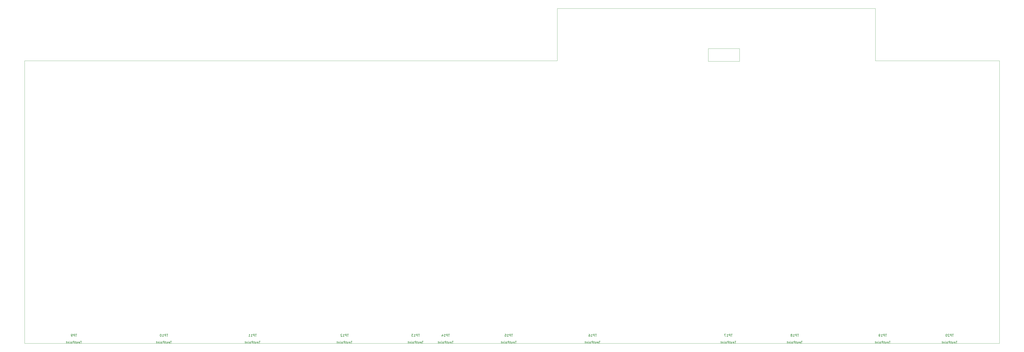
<source format=gbr>
%TF.GenerationSoftware,KiCad,Pcbnew,7.0.7*%
%TF.CreationDate,2023-10-06T16:16:01-07:00*%
%TF.ProjectId,XTay,58546179-2e6b-4696-9361-645f70636258,rev?*%
%TF.SameCoordinates,Original*%
%TF.FileFunction,AssemblyDrawing,Bot*%
%FSLAX46Y46*%
G04 Gerber Fmt 4.6, Leading zero omitted, Abs format (unit mm)*
G04 Created by KiCad (PCBNEW 7.0.7) date 2023-10-06 16:16:01*
%MOMM*%
%LPD*%
G01*
G04 APERTURE LIST*
%ADD10C,0.150000*%
%TA.AperFunction,Profile*%
%ADD11C,0.100000*%
%TD*%
G04 APERTURE END LIST*
D10*
X40237333Y-223504819D02*
X39665905Y-223504819D01*
X39951619Y-224504819D02*
X39951619Y-223504819D01*
X38951619Y-224457200D02*
X39046857Y-224504819D01*
X39046857Y-224504819D02*
X39237333Y-224504819D01*
X39237333Y-224504819D02*
X39332571Y-224457200D01*
X39332571Y-224457200D02*
X39380190Y-224361961D01*
X39380190Y-224361961D02*
X39380190Y-223981009D01*
X39380190Y-223981009D02*
X39332571Y-223885771D01*
X39332571Y-223885771D02*
X39237333Y-223838152D01*
X39237333Y-223838152D02*
X39046857Y-223838152D01*
X39046857Y-223838152D02*
X38951619Y-223885771D01*
X38951619Y-223885771D02*
X38904000Y-223981009D01*
X38904000Y-223981009D02*
X38904000Y-224076247D01*
X38904000Y-224076247D02*
X39380190Y-224171485D01*
X38523047Y-224457200D02*
X38427809Y-224504819D01*
X38427809Y-224504819D02*
X38237333Y-224504819D01*
X38237333Y-224504819D02*
X38142095Y-224457200D01*
X38142095Y-224457200D02*
X38094476Y-224361961D01*
X38094476Y-224361961D02*
X38094476Y-224314342D01*
X38094476Y-224314342D02*
X38142095Y-224219104D01*
X38142095Y-224219104D02*
X38237333Y-224171485D01*
X38237333Y-224171485D02*
X38380190Y-224171485D01*
X38380190Y-224171485D02*
X38475428Y-224123866D01*
X38475428Y-224123866D02*
X38523047Y-224028628D01*
X38523047Y-224028628D02*
X38523047Y-223981009D01*
X38523047Y-223981009D02*
X38475428Y-223885771D01*
X38475428Y-223885771D02*
X38380190Y-223838152D01*
X38380190Y-223838152D02*
X38237333Y-223838152D01*
X38237333Y-223838152D02*
X38142095Y-223885771D01*
X37808761Y-223838152D02*
X37427809Y-223838152D01*
X37665904Y-223504819D02*
X37665904Y-224361961D01*
X37665904Y-224361961D02*
X37618285Y-224457200D01*
X37618285Y-224457200D02*
X37523047Y-224504819D01*
X37523047Y-224504819D02*
X37427809Y-224504819D01*
X37094475Y-224504819D02*
X37094475Y-223504819D01*
X37094475Y-223504819D02*
X36713523Y-223504819D01*
X36713523Y-223504819D02*
X36618285Y-223552438D01*
X36618285Y-223552438D02*
X36570666Y-223600057D01*
X36570666Y-223600057D02*
X36523047Y-223695295D01*
X36523047Y-223695295D02*
X36523047Y-223838152D01*
X36523047Y-223838152D02*
X36570666Y-223933390D01*
X36570666Y-223933390D02*
X36618285Y-223981009D01*
X36618285Y-223981009D02*
X36713523Y-224028628D01*
X36713523Y-224028628D02*
X37094475Y-224028628D01*
X35951618Y-224504819D02*
X36046856Y-224457200D01*
X36046856Y-224457200D02*
X36094475Y-224409580D01*
X36094475Y-224409580D02*
X36142094Y-224314342D01*
X36142094Y-224314342D02*
X36142094Y-224028628D01*
X36142094Y-224028628D02*
X36094475Y-223933390D01*
X36094475Y-223933390D02*
X36046856Y-223885771D01*
X36046856Y-223885771D02*
X35951618Y-223838152D01*
X35951618Y-223838152D02*
X35808761Y-223838152D01*
X35808761Y-223838152D02*
X35713523Y-223885771D01*
X35713523Y-223885771D02*
X35665904Y-223933390D01*
X35665904Y-223933390D02*
X35618285Y-224028628D01*
X35618285Y-224028628D02*
X35618285Y-224314342D01*
X35618285Y-224314342D02*
X35665904Y-224409580D01*
X35665904Y-224409580D02*
X35713523Y-224457200D01*
X35713523Y-224457200D02*
X35808761Y-224504819D01*
X35808761Y-224504819D02*
X35951618Y-224504819D01*
X35189713Y-224504819D02*
X35189713Y-223838152D01*
X35189713Y-223504819D02*
X35237332Y-223552438D01*
X35237332Y-223552438D02*
X35189713Y-223600057D01*
X35189713Y-223600057D02*
X35142094Y-223552438D01*
X35142094Y-223552438D02*
X35189713Y-223504819D01*
X35189713Y-223504819D02*
X35189713Y-223600057D01*
X34713523Y-223838152D02*
X34713523Y-224504819D01*
X34713523Y-223933390D02*
X34665904Y-223885771D01*
X34665904Y-223885771D02*
X34570666Y-223838152D01*
X34570666Y-223838152D02*
X34427809Y-223838152D01*
X34427809Y-223838152D02*
X34332571Y-223885771D01*
X34332571Y-223885771D02*
X34284952Y-223981009D01*
X34284952Y-223981009D02*
X34284952Y-224504819D01*
X33951618Y-223838152D02*
X33570666Y-223838152D01*
X33808761Y-223504819D02*
X33808761Y-224361961D01*
X33808761Y-224361961D02*
X33761142Y-224457200D01*
X33761142Y-224457200D02*
X33665904Y-224504819D01*
X33665904Y-224504819D02*
X33570666Y-224504819D01*
X38165904Y-220504819D02*
X37594476Y-220504819D01*
X37880190Y-221504819D02*
X37880190Y-220504819D01*
X37261142Y-221504819D02*
X37261142Y-220504819D01*
X37261142Y-220504819D02*
X36880190Y-220504819D01*
X36880190Y-220504819D02*
X36784952Y-220552438D01*
X36784952Y-220552438D02*
X36737333Y-220600057D01*
X36737333Y-220600057D02*
X36689714Y-220695295D01*
X36689714Y-220695295D02*
X36689714Y-220838152D01*
X36689714Y-220838152D02*
X36737333Y-220933390D01*
X36737333Y-220933390D02*
X36784952Y-220981009D01*
X36784952Y-220981009D02*
X36880190Y-221028628D01*
X36880190Y-221028628D02*
X37261142Y-221028628D01*
X36213523Y-221504819D02*
X36023047Y-221504819D01*
X36023047Y-221504819D02*
X35927809Y-221457200D01*
X35927809Y-221457200D02*
X35880190Y-221409580D01*
X35880190Y-221409580D02*
X35784952Y-221266723D01*
X35784952Y-221266723D02*
X35737333Y-221076247D01*
X35737333Y-221076247D02*
X35737333Y-220695295D01*
X35737333Y-220695295D02*
X35784952Y-220600057D01*
X35784952Y-220600057D02*
X35832571Y-220552438D01*
X35832571Y-220552438D02*
X35927809Y-220504819D01*
X35927809Y-220504819D02*
X36118285Y-220504819D01*
X36118285Y-220504819D02*
X36213523Y-220552438D01*
X36213523Y-220552438D02*
X36261142Y-220600057D01*
X36261142Y-220600057D02*
X36308761Y-220695295D01*
X36308761Y-220695295D02*
X36308761Y-220933390D01*
X36308761Y-220933390D02*
X36261142Y-221028628D01*
X36261142Y-221028628D02*
X36213523Y-221076247D01*
X36213523Y-221076247D02*
X36118285Y-221123866D01*
X36118285Y-221123866D02*
X35927809Y-221123866D01*
X35927809Y-221123866D02*
X35832571Y-221076247D01*
X35832571Y-221076247D02*
X35784952Y-221028628D01*
X35784952Y-221028628D02*
X35737333Y-220933390D01*
X350589333Y-223504819D02*
X350017905Y-223504819D01*
X350303619Y-224504819D02*
X350303619Y-223504819D01*
X349303619Y-224457200D02*
X349398857Y-224504819D01*
X349398857Y-224504819D02*
X349589333Y-224504819D01*
X349589333Y-224504819D02*
X349684571Y-224457200D01*
X349684571Y-224457200D02*
X349732190Y-224361961D01*
X349732190Y-224361961D02*
X349732190Y-223981009D01*
X349732190Y-223981009D02*
X349684571Y-223885771D01*
X349684571Y-223885771D02*
X349589333Y-223838152D01*
X349589333Y-223838152D02*
X349398857Y-223838152D01*
X349398857Y-223838152D02*
X349303619Y-223885771D01*
X349303619Y-223885771D02*
X349256000Y-223981009D01*
X349256000Y-223981009D02*
X349256000Y-224076247D01*
X349256000Y-224076247D02*
X349732190Y-224171485D01*
X348875047Y-224457200D02*
X348779809Y-224504819D01*
X348779809Y-224504819D02*
X348589333Y-224504819D01*
X348589333Y-224504819D02*
X348494095Y-224457200D01*
X348494095Y-224457200D02*
X348446476Y-224361961D01*
X348446476Y-224361961D02*
X348446476Y-224314342D01*
X348446476Y-224314342D02*
X348494095Y-224219104D01*
X348494095Y-224219104D02*
X348589333Y-224171485D01*
X348589333Y-224171485D02*
X348732190Y-224171485D01*
X348732190Y-224171485D02*
X348827428Y-224123866D01*
X348827428Y-224123866D02*
X348875047Y-224028628D01*
X348875047Y-224028628D02*
X348875047Y-223981009D01*
X348875047Y-223981009D02*
X348827428Y-223885771D01*
X348827428Y-223885771D02*
X348732190Y-223838152D01*
X348732190Y-223838152D02*
X348589333Y-223838152D01*
X348589333Y-223838152D02*
X348494095Y-223885771D01*
X348160761Y-223838152D02*
X347779809Y-223838152D01*
X348017904Y-223504819D02*
X348017904Y-224361961D01*
X348017904Y-224361961D02*
X347970285Y-224457200D01*
X347970285Y-224457200D02*
X347875047Y-224504819D01*
X347875047Y-224504819D02*
X347779809Y-224504819D01*
X347446475Y-224504819D02*
X347446475Y-223504819D01*
X347446475Y-223504819D02*
X347065523Y-223504819D01*
X347065523Y-223504819D02*
X346970285Y-223552438D01*
X346970285Y-223552438D02*
X346922666Y-223600057D01*
X346922666Y-223600057D02*
X346875047Y-223695295D01*
X346875047Y-223695295D02*
X346875047Y-223838152D01*
X346875047Y-223838152D02*
X346922666Y-223933390D01*
X346922666Y-223933390D02*
X346970285Y-223981009D01*
X346970285Y-223981009D02*
X347065523Y-224028628D01*
X347065523Y-224028628D02*
X347446475Y-224028628D01*
X346303618Y-224504819D02*
X346398856Y-224457200D01*
X346398856Y-224457200D02*
X346446475Y-224409580D01*
X346446475Y-224409580D02*
X346494094Y-224314342D01*
X346494094Y-224314342D02*
X346494094Y-224028628D01*
X346494094Y-224028628D02*
X346446475Y-223933390D01*
X346446475Y-223933390D02*
X346398856Y-223885771D01*
X346398856Y-223885771D02*
X346303618Y-223838152D01*
X346303618Y-223838152D02*
X346160761Y-223838152D01*
X346160761Y-223838152D02*
X346065523Y-223885771D01*
X346065523Y-223885771D02*
X346017904Y-223933390D01*
X346017904Y-223933390D02*
X345970285Y-224028628D01*
X345970285Y-224028628D02*
X345970285Y-224314342D01*
X345970285Y-224314342D02*
X346017904Y-224409580D01*
X346017904Y-224409580D02*
X346065523Y-224457200D01*
X346065523Y-224457200D02*
X346160761Y-224504819D01*
X346160761Y-224504819D02*
X346303618Y-224504819D01*
X345541713Y-224504819D02*
X345541713Y-223838152D01*
X345541713Y-223504819D02*
X345589332Y-223552438D01*
X345589332Y-223552438D02*
X345541713Y-223600057D01*
X345541713Y-223600057D02*
X345494094Y-223552438D01*
X345494094Y-223552438D02*
X345541713Y-223504819D01*
X345541713Y-223504819D02*
X345541713Y-223600057D01*
X345065523Y-223838152D02*
X345065523Y-224504819D01*
X345065523Y-223933390D02*
X345017904Y-223885771D01*
X345017904Y-223885771D02*
X344922666Y-223838152D01*
X344922666Y-223838152D02*
X344779809Y-223838152D01*
X344779809Y-223838152D02*
X344684571Y-223885771D01*
X344684571Y-223885771D02*
X344636952Y-223981009D01*
X344636952Y-223981009D02*
X344636952Y-224504819D01*
X344303618Y-223838152D02*
X343922666Y-223838152D01*
X344160761Y-223504819D02*
X344160761Y-224361961D01*
X344160761Y-224361961D02*
X344113142Y-224457200D01*
X344113142Y-224457200D02*
X344017904Y-224504819D01*
X344017904Y-224504819D02*
X343922666Y-224504819D01*
X348994094Y-220504819D02*
X348422666Y-220504819D01*
X348708380Y-221504819D02*
X348708380Y-220504819D01*
X348089332Y-221504819D02*
X348089332Y-220504819D01*
X348089332Y-220504819D02*
X347708380Y-220504819D01*
X347708380Y-220504819D02*
X347613142Y-220552438D01*
X347613142Y-220552438D02*
X347565523Y-220600057D01*
X347565523Y-220600057D02*
X347517904Y-220695295D01*
X347517904Y-220695295D02*
X347517904Y-220838152D01*
X347517904Y-220838152D02*
X347565523Y-220933390D01*
X347565523Y-220933390D02*
X347613142Y-220981009D01*
X347613142Y-220981009D02*
X347708380Y-221028628D01*
X347708380Y-221028628D02*
X348089332Y-221028628D01*
X346565523Y-221504819D02*
X347136951Y-221504819D01*
X346851237Y-221504819D02*
X346851237Y-220504819D01*
X346851237Y-220504819D02*
X346946475Y-220647676D01*
X346946475Y-220647676D02*
X347041713Y-220742914D01*
X347041713Y-220742914D02*
X347136951Y-220790533D01*
X345994094Y-220933390D02*
X346089332Y-220885771D01*
X346089332Y-220885771D02*
X346136951Y-220838152D01*
X346136951Y-220838152D02*
X346184570Y-220742914D01*
X346184570Y-220742914D02*
X346184570Y-220695295D01*
X346184570Y-220695295D02*
X346136951Y-220600057D01*
X346136951Y-220600057D02*
X346089332Y-220552438D01*
X346089332Y-220552438D02*
X345994094Y-220504819D01*
X345994094Y-220504819D02*
X345803618Y-220504819D01*
X345803618Y-220504819D02*
X345708380Y-220552438D01*
X345708380Y-220552438D02*
X345660761Y-220600057D01*
X345660761Y-220600057D02*
X345613142Y-220695295D01*
X345613142Y-220695295D02*
X345613142Y-220742914D01*
X345613142Y-220742914D02*
X345660761Y-220838152D01*
X345660761Y-220838152D02*
X345708380Y-220885771D01*
X345708380Y-220885771D02*
X345803618Y-220933390D01*
X345803618Y-220933390D02*
X345994094Y-220933390D01*
X345994094Y-220933390D02*
X346089332Y-220981009D01*
X346089332Y-220981009D02*
X346136951Y-221028628D01*
X346136951Y-221028628D02*
X346184570Y-221123866D01*
X346184570Y-221123866D02*
X346184570Y-221314342D01*
X346184570Y-221314342D02*
X346136951Y-221409580D01*
X346136951Y-221409580D02*
X346089332Y-221457200D01*
X346089332Y-221457200D02*
X345994094Y-221504819D01*
X345994094Y-221504819D02*
X345803618Y-221504819D01*
X345803618Y-221504819D02*
X345708380Y-221457200D01*
X345708380Y-221457200D02*
X345660761Y-221409580D01*
X345660761Y-221409580D02*
X345613142Y-221314342D01*
X345613142Y-221314342D02*
X345613142Y-221123866D01*
X345613142Y-221123866D02*
X345660761Y-221028628D01*
X345660761Y-221028628D02*
X345708380Y-220981009D01*
X345708380Y-220981009D02*
X345803618Y-220933390D01*
X117139333Y-223504819D02*
X116567905Y-223504819D01*
X116853619Y-224504819D02*
X116853619Y-223504819D01*
X115853619Y-224457200D02*
X115948857Y-224504819D01*
X115948857Y-224504819D02*
X116139333Y-224504819D01*
X116139333Y-224504819D02*
X116234571Y-224457200D01*
X116234571Y-224457200D02*
X116282190Y-224361961D01*
X116282190Y-224361961D02*
X116282190Y-223981009D01*
X116282190Y-223981009D02*
X116234571Y-223885771D01*
X116234571Y-223885771D02*
X116139333Y-223838152D01*
X116139333Y-223838152D02*
X115948857Y-223838152D01*
X115948857Y-223838152D02*
X115853619Y-223885771D01*
X115853619Y-223885771D02*
X115806000Y-223981009D01*
X115806000Y-223981009D02*
X115806000Y-224076247D01*
X115806000Y-224076247D02*
X116282190Y-224171485D01*
X115425047Y-224457200D02*
X115329809Y-224504819D01*
X115329809Y-224504819D02*
X115139333Y-224504819D01*
X115139333Y-224504819D02*
X115044095Y-224457200D01*
X115044095Y-224457200D02*
X114996476Y-224361961D01*
X114996476Y-224361961D02*
X114996476Y-224314342D01*
X114996476Y-224314342D02*
X115044095Y-224219104D01*
X115044095Y-224219104D02*
X115139333Y-224171485D01*
X115139333Y-224171485D02*
X115282190Y-224171485D01*
X115282190Y-224171485D02*
X115377428Y-224123866D01*
X115377428Y-224123866D02*
X115425047Y-224028628D01*
X115425047Y-224028628D02*
X115425047Y-223981009D01*
X115425047Y-223981009D02*
X115377428Y-223885771D01*
X115377428Y-223885771D02*
X115282190Y-223838152D01*
X115282190Y-223838152D02*
X115139333Y-223838152D01*
X115139333Y-223838152D02*
X115044095Y-223885771D01*
X114710761Y-223838152D02*
X114329809Y-223838152D01*
X114567904Y-223504819D02*
X114567904Y-224361961D01*
X114567904Y-224361961D02*
X114520285Y-224457200D01*
X114520285Y-224457200D02*
X114425047Y-224504819D01*
X114425047Y-224504819D02*
X114329809Y-224504819D01*
X113996475Y-224504819D02*
X113996475Y-223504819D01*
X113996475Y-223504819D02*
X113615523Y-223504819D01*
X113615523Y-223504819D02*
X113520285Y-223552438D01*
X113520285Y-223552438D02*
X113472666Y-223600057D01*
X113472666Y-223600057D02*
X113425047Y-223695295D01*
X113425047Y-223695295D02*
X113425047Y-223838152D01*
X113425047Y-223838152D02*
X113472666Y-223933390D01*
X113472666Y-223933390D02*
X113520285Y-223981009D01*
X113520285Y-223981009D02*
X113615523Y-224028628D01*
X113615523Y-224028628D02*
X113996475Y-224028628D01*
X112853618Y-224504819D02*
X112948856Y-224457200D01*
X112948856Y-224457200D02*
X112996475Y-224409580D01*
X112996475Y-224409580D02*
X113044094Y-224314342D01*
X113044094Y-224314342D02*
X113044094Y-224028628D01*
X113044094Y-224028628D02*
X112996475Y-223933390D01*
X112996475Y-223933390D02*
X112948856Y-223885771D01*
X112948856Y-223885771D02*
X112853618Y-223838152D01*
X112853618Y-223838152D02*
X112710761Y-223838152D01*
X112710761Y-223838152D02*
X112615523Y-223885771D01*
X112615523Y-223885771D02*
X112567904Y-223933390D01*
X112567904Y-223933390D02*
X112520285Y-224028628D01*
X112520285Y-224028628D02*
X112520285Y-224314342D01*
X112520285Y-224314342D02*
X112567904Y-224409580D01*
X112567904Y-224409580D02*
X112615523Y-224457200D01*
X112615523Y-224457200D02*
X112710761Y-224504819D01*
X112710761Y-224504819D02*
X112853618Y-224504819D01*
X112091713Y-224504819D02*
X112091713Y-223838152D01*
X112091713Y-223504819D02*
X112139332Y-223552438D01*
X112139332Y-223552438D02*
X112091713Y-223600057D01*
X112091713Y-223600057D02*
X112044094Y-223552438D01*
X112044094Y-223552438D02*
X112091713Y-223504819D01*
X112091713Y-223504819D02*
X112091713Y-223600057D01*
X111615523Y-223838152D02*
X111615523Y-224504819D01*
X111615523Y-223933390D02*
X111567904Y-223885771D01*
X111567904Y-223885771D02*
X111472666Y-223838152D01*
X111472666Y-223838152D02*
X111329809Y-223838152D01*
X111329809Y-223838152D02*
X111234571Y-223885771D01*
X111234571Y-223885771D02*
X111186952Y-223981009D01*
X111186952Y-223981009D02*
X111186952Y-224504819D01*
X110853618Y-223838152D02*
X110472666Y-223838152D01*
X110710761Y-223504819D02*
X110710761Y-224361961D01*
X110710761Y-224361961D02*
X110663142Y-224457200D01*
X110663142Y-224457200D02*
X110567904Y-224504819D01*
X110567904Y-224504819D02*
X110472666Y-224504819D01*
X115544094Y-220504819D02*
X114972666Y-220504819D01*
X115258380Y-221504819D02*
X115258380Y-220504819D01*
X114639332Y-221504819D02*
X114639332Y-220504819D01*
X114639332Y-220504819D02*
X114258380Y-220504819D01*
X114258380Y-220504819D02*
X114163142Y-220552438D01*
X114163142Y-220552438D02*
X114115523Y-220600057D01*
X114115523Y-220600057D02*
X114067904Y-220695295D01*
X114067904Y-220695295D02*
X114067904Y-220838152D01*
X114067904Y-220838152D02*
X114115523Y-220933390D01*
X114115523Y-220933390D02*
X114163142Y-220981009D01*
X114163142Y-220981009D02*
X114258380Y-221028628D01*
X114258380Y-221028628D02*
X114639332Y-221028628D01*
X113115523Y-221504819D02*
X113686951Y-221504819D01*
X113401237Y-221504819D02*
X113401237Y-220504819D01*
X113401237Y-220504819D02*
X113496475Y-220647676D01*
X113496475Y-220647676D02*
X113591713Y-220742914D01*
X113591713Y-220742914D02*
X113686951Y-220790533D01*
X112163142Y-221504819D02*
X112734570Y-221504819D01*
X112448856Y-221504819D02*
X112448856Y-220504819D01*
X112448856Y-220504819D02*
X112544094Y-220647676D01*
X112544094Y-220647676D02*
X112639332Y-220742914D01*
X112639332Y-220742914D02*
X112734570Y-220790533D01*
X263557333Y-223504819D02*
X262985905Y-223504819D01*
X263271619Y-224504819D02*
X263271619Y-223504819D01*
X262271619Y-224457200D02*
X262366857Y-224504819D01*
X262366857Y-224504819D02*
X262557333Y-224504819D01*
X262557333Y-224504819D02*
X262652571Y-224457200D01*
X262652571Y-224457200D02*
X262700190Y-224361961D01*
X262700190Y-224361961D02*
X262700190Y-223981009D01*
X262700190Y-223981009D02*
X262652571Y-223885771D01*
X262652571Y-223885771D02*
X262557333Y-223838152D01*
X262557333Y-223838152D02*
X262366857Y-223838152D01*
X262366857Y-223838152D02*
X262271619Y-223885771D01*
X262271619Y-223885771D02*
X262224000Y-223981009D01*
X262224000Y-223981009D02*
X262224000Y-224076247D01*
X262224000Y-224076247D02*
X262700190Y-224171485D01*
X261843047Y-224457200D02*
X261747809Y-224504819D01*
X261747809Y-224504819D02*
X261557333Y-224504819D01*
X261557333Y-224504819D02*
X261462095Y-224457200D01*
X261462095Y-224457200D02*
X261414476Y-224361961D01*
X261414476Y-224361961D02*
X261414476Y-224314342D01*
X261414476Y-224314342D02*
X261462095Y-224219104D01*
X261462095Y-224219104D02*
X261557333Y-224171485D01*
X261557333Y-224171485D02*
X261700190Y-224171485D01*
X261700190Y-224171485D02*
X261795428Y-224123866D01*
X261795428Y-224123866D02*
X261843047Y-224028628D01*
X261843047Y-224028628D02*
X261843047Y-223981009D01*
X261843047Y-223981009D02*
X261795428Y-223885771D01*
X261795428Y-223885771D02*
X261700190Y-223838152D01*
X261700190Y-223838152D02*
X261557333Y-223838152D01*
X261557333Y-223838152D02*
X261462095Y-223885771D01*
X261128761Y-223838152D02*
X260747809Y-223838152D01*
X260985904Y-223504819D02*
X260985904Y-224361961D01*
X260985904Y-224361961D02*
X260938285Y-224457200D01*
X260938285Y-224457200D02*
X260843047Y-224504819D01*
X260843047Y-224504819D02*
X260747809Y-224504819D01*
X260414475Y-224504819D02*
X260414475Y-223504819D01*
X260414475Y-223504819D02*
X260033523Y-223504819D01*
X260033523Y-223504819D02*
X259938285Y-223552438D01*
X259938285Y-223552438D02*
X259890666Y-223600057D01*
X259890666Y-223600057D02*
X259843047Y-223695295D01*
X259843047Y-223695295D02*
X259843047Y-223838152D01*
X259843047Y-223838152D02*
X259890666Y-223933390D01*
X259890666Y-223933390D02*
X259938285Y-223981009D01*
X259938285Y-223981009D02*
X260033523Y-224028628D01*
X260033523Y-224028628D02*
X260414475Y-224028628D01*
X259271618Y-224504819D02*
X259366856Y-224457200D01*
X259366856Y-224457200D02*
X259414475Y-224409580D01*
X259414475Y-224409580D02*
X259462094Y-224314342D01*
X259462094Y-224314342D02*
X259462094Y-224028628D01*
X259462094Y-224028628D02*
X259414475Y-223933390D01*
X259414475Y-223933390D02*
X259366856Y-223885771D01*
X259366856Y-223885771D02*
X259271618Y-223838152D01*
X259271618Y-223838152D02*
X259128761Y-223838152D01*
X259128761Y-223838152D02*
X259033523Y-223885771D01*
X259033523Y-223885771D02*
X258985904Y-223933390D01*
X258985904Y-223933390D02*
X258938285Y-224028628D01*
X258938285Y-224028628D02*
X258938285Y-224314342D01*
X258938285Y-224314342D02*
X258985904Y-224409580D01*
X258985904Y-224409580D02*
X259033523Y-224457200D01*
X259033523Y-224457200D02*
X259128761Y-224504819D01*
X259128761Y-224504819D02*
X259271618Y-224504819D01*
X258509713Y-224504819D02*
X258509713Y-223838152D01*
X258509713Y-223504819D02*
X258557332Y-223552438D01*
X258557332Y-223552438D02*
X258509713Y-223600057D01*
X258509713Y-223600057D02*
X258462094Y-223552438D01*
X258462094Y-223552438D02*
X258509713Y-223504819D01*
X258509713Y-223504819D02*
X258509713Y-223600057D01*
X258033523Y-223838152D02*
X258033523Y-224504819D01*
X258033523Y-223933390D02*
X257985904Y-223885771D01*
X257985904Y-223885771D02*
X257890666Y-223838152D01*
X257890666Y-223838152D02*
X257747809Y-223838152D01*
X257747809Y-223838152D02*
X257652571Y-223885771D01*
X257652571Y-223885771D02*
X257604952Y-223981009D01*
X257604952Y-223981009D02*
X257604952Y-224504819D01*
X257271618Y-223838152D02*
X256890666Y-223838152D01*
X257128761Y-223504819D02*
X257128761Y-224361961D01*
X257128761Y-224361961D02*
X257081142Y-224457200D01*
X257081142Y-224457200D02*
X256985904Y-224504819D01*
X256985904Y-224504819D02*
X256890666Y-224504819D01*
X261962094Y-220504819D02*
X261390666Y-220504819D01*
X261676380Y-221504819D02*
X261676380Y-220504819D01*
X261057332Y-221504819D02*
X261057332Y-220504819D01*
X261057332Y-220504819D02*
X260676380Y-220504819D01*
X260676380Y-220504819D02*
X260581142Y-220552438D01*
X260581142Y-220552438D02*
X260533523Y-220600057D01*
X260533523Y-220600057D02*
X260485904Y-220695295D01*
X260485904Y-220695295D02*
X260485904Y-220838152D01*
X260485904Y-220838152D02*
X260533523Y-220933390D01*
X260533523Y-220933390D02*
X260581142Y-220981009D01*
X260581142Y-220981009D02*
X260676380Y-221028628D01*
X260676380Y-221028628D02*
X261057332Y-221028628D01*
X259533523Y-221504819D02*
X260104951Y-221504819D01*
X259819237Y-221504819D02*
X259819237Y-220504819D01*
X259819237Y-220504819D02*
X259914475Y-220647676D01*
X259914475Y-220647676D02*
X260009713Y-220742914D01*
X260009713Y-220742914D02*
X260104951Y-220790533D01*
X258676380Y-220504819D02*
X258866856Y-220504819D01*
X258866856Y-220504819D02*
X258962094Y-220552438D01*
X258962094Y-220552438D02*
X259009713Y-220600057D01*
X259009713Y-220600057D02*
X259104951Y-220742914D01*
X259104951Y-220742914D02*
X259152570Y-220933390D01*
X259152570Y-220933390D02*
X259152570Y-221314342D01*
X259152570Y-221314342D02*
X259104951Y-221409580D01*
X259104951Y-221409580D02*
X259057332Y-221457200D01*
X259057332Y-221457200D02*
X258962094Y-221504819D01*
X258962094Y-221504819D02*
X258771618Y-221504819D01*
X258771618Y-221504819D02*
X258676380Y-221457200D01*
X258676380Y-221457200D02*
X258628761Y-221409580D01*
X258628761Y-221409580D02*
X258581142Y-221314342D01*
X258581142Y-221314342D02*
X258581142Y-221076247D01*
X258581142Y-221076247D02*
X258628761Y-220981009D01*
X258628761Y-220981009D02*
X258676380Y-220933390D01*
X258676380Y-220933390D02*
X258771618Y-220885771D01*
X258771618Y-220885771D02*
X258962094Y-220885771D01*
X258962094Y-220885771D02*
X259057332Y-220933390D01*
X259057332Y-220933390D02*
X259104951Y-220981009D01*
X259104951Y-220981009D02*
X259152570Y-221076247D01*
X388489333Y-223504819D02*
X387917905Y-223504819D01*
X388203619Y-224504819D02*
X388203619Y-223504819D01*
X387203619Y-224457200D02*
X387298857Y-224504819D01*
X387298857Y-224504819D02*
X387489333Y-224504819D01*
X387489333Y-224504819D02*
X387584571Y-224457200D01*
X387584571Y-224457200D02*
X387632190Y-224361961D01*
X387632190Y-224361961D02*
X387632190Y-223981009D01*
X387632190Y-223981009D02*
X387584571Y-223885771D01*
X387584571Y-223885771D02*
X387489333Y-223838152D01*
X387489333Y-223838152D02*
X387298857Y-223838152D01*
X387298857Y-223838152D02*
X387203619Y-223885771D01*
X387203619Y-223885771D02*
X387156000Y-223981009D01*
X387156000Y-223981009D02*
X387156000Y-224076247D01*
X387156000Y-224076247D02*
X387632190Y-224171485D01*
X386775047Y-224457200D02*
X386679809Y-224504819D01*
X386679809Y-224504819D02*
X386489333Y-224504819D01*
X386489333Y-224504819D02*
X386394095Y-224457200D01*
X386394095Y-224457200D02*
X386346476Y-224361961D01*
X386346476Y-224361961D02*
X386346476Y-224314342D01*
X386346476Y-224314342D02*
X386394095Y-224219104D01*
X386394095Y-224219104D02*
X386489333Y-224171485D01*
X386489333Y-224171485D02*
X386632190Y-224171485D01*
X386632190Y-224171485D02*
X386727428Y-224123866D01*
X386727428Y-224123866D02*
X386775047Y-224028628D01*
X386775047Y-224028628D02*
X386775047Y-223981009D01*
X386775047Y-223981009D02*
X386727428Y-223885771D01*
X386727428Y-223885771D02*
X386632190Y-223838152D01*
X386632190Y-223838152D02*
X386489333Y-223838152D01*
X386489333Y-223838152D02*
X386394095Y-223885771D01*
X386060761Y-223838152D02*
X385679809Y-223838152D01*
X385917904Y-223504819D02*
X385917904Y-224361961D01*
X385917904Y-224361961D02*
X385870285Y-224457200D01*
X385870285Y-224457200D02*
X385775047Y-224504819D01*
X385775047Y-224504819D02*
X385679809Y-224504819D01*
X385346475Y-224504819D02*
X385346475Y-223504819D01*
X385346475Y-223504819D02*
X384965523Y-223504819D01*
X384965523Y-223504819D02*
X384870285Y-223552438D01*
X384870285Y-223552438D02*
X384822666Y-223600057D01*
X384822666Y-223600057D02*
X384775047Y-223695295D01*
X384775047Y-223695295D02*
X384775047Y-223838152D01*
X384775047Y-223838152D02*
X384822666Y-223933390D01*
X384822666Y-223933390D02*
X384870285Y-223981009D01*
X384870285Y-223981009D02*
X384965523Y-224028628D01*
X384965523Y-224028628D02*
X385346475Y-224028628D01*
X384203618Y-224504819D02*
X384298856Y-224457200D01*
X384298856Y-224457200D02*
X384346475Y-224409580D01*
X384346475Y-224409580D02*
X384394094Y-224314342D01*
X384394094Y-224314342D02*
X384394094Y-224028628D01*
X384394094Y-224028628D02*
X384346475Y-223933390D01*
X384346475Y-223933390D02*
X384298856Y-223885771D01*
X384298856Y-223885771D02*
X384203618Y-223838152D01*
X384203618Y-223838152D02*
X384060761Y-223838152D01*
X384060761Y-223838152D02*
X383965523Y-223885771D01*
X383965523Y-223885771D02*
X383917904Y-223933390D01*
X383917904Y-223933390D02*
X383870285Y-224028628D01*
X383870285Y-224028628D02*
X383870285Y-224314342D01*
X383870285Y-224314342D02*
X383917904Y-224409580D01*
X383917904Y-224409580D02*
X383965523Y-224457200D01*
X383965523Y-224457200D02*
X384060761Y-224504819D01*
X384060761Y-224504819D02*
X384203618Y-224504819D01*
X383441713Y-224504819D02*
X383441713Y-223838152D01*
X383441713Y-223504819D02*
X383489332Y-223552438D01*
X383489332Y-223552438D02*
X383441713Y-223600057D01*
X383441713Y-223600057D02*
X383394094Y-223552438D01*
X383394094Y-223552438D02*
X383441713Y-223504819D01*
X383441713Y-223504819D02*
X383441713Y-223600057D01*
X382965523Y-223838152D02*
X382965523Y-224504819D01*
X382965523Y-223933390D02*
X382917904Y-223885771D01*
X382917904Y-223885771D02*
X382822666Y-223838152D01*
X382822666Y-223838152D02*
X382679809Y-223838152D01*
X382679809Y-223838152D02*
X382584571Y-223885771D01*
X382584571Y-223885771D02*
X382536952Y-223981009D01*
X382536952Y-223981009D02*
X382536952Y-224504819D01*
X382203618Y-223838152D02*
X381822666Y-223838152D01*
X382060761Y-223504819D02*
X382060761Y-224361961D01*
X382060761Y-224361961D02*
X382013142Y-224457200D01*
X382013142Y-224457200D02*
X381917904Y-224504819D01*
X381917904Y-224504819D02*
X381822666Y-224504819D01*
X386894094Y-220504819D02*
X386322666Y-220504819D01*
X386608380Y-221504819D02*
X386608380Y-220504819D01*
X385989332Y-221504819D02*
X385989332Y-220504819D01*
X385989332Y-220504819D02*
X385608380Y-220504819D01*
X385608380Y-220504819D02*
X385513142Y-220552438D01*
X385513142Y-220552438D02*
X385465523Y-220600057D01*
X385465523Y-220600057D02*
X385417904Y-220695295D01*
X385417904Y-220695295D02*
X385417904Y-220838152D01*
X385417904Y-220838152D02*
X385465523Y-220933390D01*
X385465523Y-220933390D02*
X385513142Y-220981009D01*
X385513142Y-220981009D02*
X385608380Y-221028628D01*
X385608380Y-221028628D02*
X385989332Y-221028628D01*
X384465523Y-221504819D02*
X385036951Y-221504819D01*
X384751237Y-221504819D02*
X384751237Y-220504819D01*
X384751237Y-220504819D02*
X384846475Y-220647676D01*
X384846475Y-220647676D02*
X384941713Y-220742914D01*
X384941713Y-220742914D02*
X385036951Y-220790533D01*
X383989332Y-221504819D02*
X383798856Y-221504819D01*
X383798856Y-221504819D02*
X383703618Y-221457200D01*
X383703618Y-221457200D02*
X383655999Y-221409580D01*
X383655999Y-221409580D02*
X383560761Y-221266723D01*
X383560761Y-221266723D02*
X383513142Y-221076247D01*
X383513142Y-221076247D02*
X383513142Y-220695295D01*
X383513142Y-220695295D02*
X383560761Y-220600057D01*
X383560761Y-220600057D02*
X383608380Y-220552438D01*
X383608380Y-220552438D02*
X383703618Y-220504819D01*
X383703618Y-220504819D02*
X383894094Y-220504819D01*
X383894094Y-220504819D02*
X383989332Y-220552438D01*
X383989332Y-220552438D02*
X384036951Y-220600057D01*
X384036951Y-220600057D02*
X384084570Y-220695295D01*
X384084570Y-220695295D02*
X384084570Y-220933390D01*
X384084570Y-220933390D02*
X384036951Y-221028628D01*
X384036951Y-221028628D02*
X383989332Y-221076247D01*
X383989332Y-221076247D02*
X383894094Y-221123866D01*
X383894094Y-221123866D02*
X383703618Y-221123866D01*
X383703618Y-221123866D02*
X383608380Y-221076247D01*
X383608380Y-221076247D02*
X383560761Y-221028628D01*
X383560761Y-221028628D02*
X383513142Y-220933390D01*
X200289333Y-223504819D02*
X199717905Y-223504819D01*
X200003619Y-224504819D02*
X200003619Y-223504819D01*
X199003619Y-224457200D02*
X199098857Y-224504819D01*
X199098857Y-224504819D02*
X199289333Y-224504819D01*
X199289333Y-224504819D02*
X199384571Y-224457200D01*
X199384571Y-224457200D02*
X199432190Y-224361961D01*
X199432190Y-224361961D02*
X199432190Y-223981009D01*
X199432190Y-223981009D02*
X199384571Y-223885771D01*
X199384571Y-223885771D02*
X199289333Y-223838152D01*
X199289333Y-223838152D02*
X199098857Y-223838152D01*
X199098857Y-223838152D02*
X199003619Y-223885771D01*
X199003619Y-223885771D02*
X198956000Y-223981009D01*
X198956000Y-223981009D02*
X198956000Y-224076247D01*
X198956000Y-224076247D02*
X199432190Y-224171485D01*
X198575047Y-224457200D02*
X198479809Y-224504819D01*
X198479809Y-224504819D02*
X198289333Y-224504819D01*
X198289333Y-224504819D02*
X198194095Y-224457200D01*
X198194095Y-224457200D02*
X198146476Y-224361961D01*
X198146476Y-224361961D02*
X198146476Y-224314342D01*
X198146476Y-224314342D02*
X198194095Y-224219104D01*
X198194095Y-224219104D02*
X198289333Y-224171485D01*
X198289333Y-224171485D02*
X198432190Y-224171485D01*
X198432190Y-224171485D02*
X198527428Y-224123866D01*
X198527428Y-224123866D02*
X198575047Y-224028628D01*
X198575047Y-224028628D02*
X198575047Y-223981009D01*
X198575047Y-223981009D02*
X198527428Y-223885771D01*
X198527428Y-223885771D02*
X198432190Y-223838152D01*
X198432190Y-223838152D02*
X198289333Y-223838152D01*
X198289333Y-223838152D02*
X198194095Y-223885771D01*
X197860761Y-223838152D02*
X197479809Y-223838152D01*
X197717904Y-223504819D02*
X197717904Y-224361961D01*
X197717904Y-224361961D02*
X197670285Y-224457200D01*
X197670285Y-224457200D02*
X197575047Y-224504819D01*
X197575047Y-224504819D02*
X197479809Y-224504819D01*
X197146475Y-224504819D02*
X197146475Y-223504819D01*
X197146475Y-223504819D02*
X196765523Y-223504819D01*
X196765523Y-223504819D02*
X196670285Y-223552438D01*
X196670285Y-223552438D02*
X196622666Y-223600057D01*
X196622666Y-223600057D02*
X196575047Y-223695295D01*
X196575047Y-223695295D02*
X196575047Y-223838152D01*
X196575047Y-223838152D02*
X196622666Y-223933390D01*
X196622666Y-223933390D02*
X196670285Y-223981009D01*
X196670285Y-223981009D02*
X196765523Y-224028628D01*
X196765523Y-224028628D02*
X197146475Y-224028628D01*
X196003618Y-224504819D02*
X196098856Y-224457200D01*
X196098856Y-224457200D02*
X196146475Y-224409580D01*
X196146475Y-224409580D02*
X196194094Y-224314342D01*
X196194094Y-224314342D02*
X196194094Y-224028628D01*
X196194094Y-224028628D02*
X196146475Y-223933390D01*
X196146475Y-223933390D02*
X196098856Y-223885771D01*
X196098856Y-223885771D02*
X196003618Y-223838152D01*
X196003618Y-223838152D02*
X195860761Y-223838152D01*
X195860761Y-223838152D02*
X195765523Y-223885771D01*
X195765523Y-223885771D02*
X195717904Y-223933390D01*
X195717904Y-223933390D02*
X195670285Y-224028628D01*
X195670285Y-224028628D02*
X195670285Y-224314342D01*
X195670285Y-224314342D02*
X195717904Y-224409580D01*
X195717904Y-224409580D02*
X195765523Y-224457200D01*
X195765523Y-224457200D02*
X195860761Y-224504819D01*
X195860761Y-224504819D02*
X196003618Y-224504819D01*
X195241713Y-224504819D02*
X195241713Y-223838152D01*
X195241713Y-223504819D02*
X195289332Y-223552438D01*
X195289332Y-223552438D02*
X195241713Y-223600057D01*
X195241713Y-223600057D02*
X195194094Y-223552438D01*
X195194094Y-223552438D02*
X195241713Y-223504819D01*
X195241713Y-223504819D02*
X195241713Y-223600057D01*
X194765523Y-223838152D02*
X194765523Y-224504819D01*
X194765523Y-223933390D02*
X194717904Y-223885771D01*
X194717904Y-223885771D02*
X194622666Y-223838152D01*
X194622666Y-223838152D02*
X194479809Y-223838152D01*
X194479809Y-223838152D02*
X194384571Y-223885771D01*
X194384571Y-223885771D02*
X194336952Y-223981009D01*
X194336952Y-223981009D02*
X194336952Y-224504819D01*
X194003618Y-223838152D02*
X193622666Y-223838152D01*
X193860761Y-223504819D02*
X193860761Y-224361961D01*
X193860761Y-224361961D02*
X193813142Y-224457200D01*
X193813142Y-224457200D02*
X193717904Y-224504819D01*
X193717904Y-224504819D02*
X193622666Y-224504819D01*
X198694094Y-220504819D02*
X198122666Y-220504819D01*
X198408380Y-221504819D02*
X198408380Y-220504819D01*
X197789332Y-221504819D02*
X197789332Y-220504819D01*
X197789332Y-220504819D02*
X197408380Y-220504819D01*
X197408380Y-220504819D02*
X197313142Y-220552438D01*
X197313142Y-220552438D02*
X197265523Y-220600057D01*
X197265523Y-220600057D02*
X197217904Y-220695295D01*
X197217904Y-220695295D02*
X197217904Y-220838152D01*
X197217904Y-220838152D02*
X197265523Y-220933390D01*
X197265523Y-220933390D02*
X197313142Y-220981009D01*
X197313142Y-220981009D02*
X197408380Y-221028628D01*
X197408380Y-221028628D02*
X197789332Y-221028628D01*
X196265523Y-221504819D02*
X196836951Y-221504819D01*
X196551237Y-221504819D02*
X196551237Y-220504819D01*
X196551237Y-220504819D02*
X196646475Y-220647676D01*
X196646475Y-220647676D02*
X196741713Y-220742914D01*
X196741713Y-220742914D02*
X196836951Y-220790533D01*
X195408380Y-220838152D02*
X195408380Y-221504819D01*
X195646475Y-220457200D02*
X195884570Y-221171485D01*
X195884570Y-221171485D02*
X195265523Y-221171485D01*
X78983333Y-223504819D02*
X78411905Y-223504819D01*
X78697619Y-224504819D02*
X78697619Y-223504819D01*
X77697619Y-224457200D02*
X77792857Y-224504819D01*
X77792857Y-224504819D02*
X77983333Y-224504819D01*
X77983333Y-224504819D02*
X78078571Y-224457200D01*
X78078571Y-224457200D02*
X78126190Y-224361961D01*
X78126190Y-224361961D02*
X78126190Y-223981009D01*
X78126190Y-223981009D02*
X78078571Y-223885771D01*
X78078571Y-223885771D02*
X77983333Y-223838152D01*
X77983333Y-223838152D02*
X77792857Y-223838152D01*
X77792857Y-223838152D02*
X77697619Y-223885771D01*
X77697619Y-223885771D02*
X77650000Y-223981009D01*
X77650000Y-223981009D02*
X77650000Y-224076247D01*
X77650000Y-224076247D02*
X78126190Y-224171485D01*
X77269047Y-224457200D02*
X77173809Y-224504819D01*
X77173809Y-224504819D02*
X76983333Y-224504819D01*
X76983333Y-224504819D02*
X76888095Y-224457200D01*
X76888095Y-224457200D02*
X76840476Y-224361961D01*
X76840476Y-224361961D02*
X76840476Y-224314342D01*
X76840476Y-224314342D02*
X76888095Y-224219104D01*
X76888095Y-224219104D02*
X76983333Y-224171485D01*
X76983333Y-224171485D02*
X77126190Y-224171485D01*
X77126190Y-224171485D02*
X77221428Y-224123866D01*
X77221428Y-224123866D02*
X77269047Y-224028628D01*
X77269047Y-224028628D02*
X77269047Y-223981009D01*
X77269047Y-223981009D02*
X77221428Y-223885771D01*
X77221428Y-223885771D02*
X77126190Y-223838152D01*
X77126190Y-223838152D02*
X76983333Y-223838152D01*
X76983333Y-223838152D02*
X76888095Y-223885771D01*
X76554761Y-223838152D02*
X76173809Y-223838152D01*
X76411904Y-223504819D02*
X76411904Y-224361961D01*
X76411904Y-224361961D02*
X76364285Y-224457200D01*
X76364285Y-224457200D02*
X76269047Y-224504819D01*
X76269047Y-224504819D02*
X76173809Y-224504819D01*
X75840475Y-224504819D02*
X75840475Y-223504819D01*
X75840475Y-223504819D02*
X75459523Y-223504819D01*
X75459523Y-223504819D02*
X75364285Y-223552438D01*
X75364285Y-223552438D02*
X75316666Y-223600057D01*
X75316666Y-223600057D02*
X75269047Y-223695295D01*
X75269047Y-223695295D02*
X75269047Y-223838152D01*
X75269047Y-223838152D02*
X75316666Y-223933390D01*
X75316666Y-223933390D02*
X75364285Y-223981009D01*
X75364285Y-223981009D02*
X75459523Y-224028628D01*
X75459523Y-224028628D02*
X75840475Y-224028628D01*
X74697618Y-224504819D02*
X74792856Y-224457200D01*
X74792856Y-224457200D02*
X74840475Y-224409580D01*
X74840475Y-224409580D02*
X74888094Y-224314342D01*
X74888094Y-224314342D02*
X74888094Y-224028628D01*
X74888094Y-224028628D02*
X74840475Y-223933390D01*
X74840475Y-223933390D02*
X74792856Y-223885771D01*
X74792856Y-223885771D02*
X74697618Y-223838152D01*
X74697618Y-223838152D02*
X74554761Y-223838152D01*
X74554761Y-223838152D02*
X74459523Y-223885771D01*
X74459523Y-223885771D02*
X74411904Y-223933390D01*
X74411904Y-223933390D02*
X74364285Y-224028628D01*
X74364285Y-224028628D02*
X74364285Y-224314342D01*
X74364285Y-224314342D02*
X74411904Y-224409580D01*
X74411904Y-224409580D02*
X74459523Y-224457200D01*
X74459523Y-224457200D02*
X74554761Y-224504819D01*
X74554761Y-224504819D02*
X74697618Y-224504819D01*
X73935713Y-224504819D02*
X73935713Y-223838152D01*
X73935713Y-223504819D02*
X73983332Y-223552438D01*
X73983332Y-223552438D02*
X73935713Y-223600057D01*
X73935713Y-223600057D02*
X73888094Y-223552438D01*
X73888094Y-223552438D02*
X73935713Y-223504819D01*
X73935713Y-223504819D02*
X73935713Y-223600057D01*
X73459523Y-223838152D02*
X73459523Y-224504819D01*
X73459523Y-223933390D02*
X73411904Y-223885771D01*
X73411904Y-223885771D02*
X73316666Y-223838152D01*
X73316666Y-223838152D02*
X73173809Y-223838152D01*
X73173809Y-223838152D02*
X73078571Y-223885771D01*
X73078571Y-223885771D02*
X73030952Y-223981009D01*
X73030952Y-223981009D02*
X73030952Y-224504819D01*
X72697618Y-223838152D02*
X72316666Y-223838152D01*
X72554761Y-223504819D02*
X72554761Y-224361961D01*
X72554761Y-224361961D02*
X72507142Y-224457200D01*
X72507142Y-224457200D02*
X72411904Y-224504819D01*
X72411904Y-224504819D02*
X72316666Y-224504819D01*
X77388094Y-220504819D02*
X76816666Y-220504819D01*
X77102380Y-221504819D02*
X77102380Y-220504819D01*
X76483332Y-221504819D02*
X76483332Y-220504819D01*
X76483332Y-220504819D02*
X76102380Y-220504819D01*
X76102380Y-220504819D02*
X76007142Y-220552438D01*
X76007142Y-220552438D02*
X75959523Y-220600057D01*
X75959523Y-220600057D02*
X75911904Y-220695295D01*
X75911904Y-220695295D02*
X75911904Y-220838152D01*
X75911904Y-220838152D02*
X75959523Y-220933390D01*
X75959523Y-220933390D02*
X76007142Y-220981009D01*
X76007142Y-220981009D02*
X76102380Y-221028628D01*
X76102380Y-221028628D02*
X76483332Y-221028628D01*
X74959523Y-221504819D02*
X75530951Y-221504819D01*
X75245237Y-221504819D02*
X75245237Y-220504819D01*
X75245237Y-220504819D02*
X75340475Y-220647676D01*
X75340475Y-220647676D02*
X75435713Y-220742914D01*
X75435713Y-220742914D02*
X75530951Y-220790533D01*
X74340475Y-220504819D02*
X74245237Y-220504819D01*
X74245237Y-220504819D02*
X74149999Y-220552438D01*
X74149999Y-220552438D02*
X74102380Y-220600057D01*
X74102380Y-220600057D02*
X74054761Y-220695295D01*
X74054761Y-220695295D02*
X74007142Y-220885771D01*
X74007142Y-220885771D02*
X74007142Y-221123866D01*
X74007142Y-221123866D02*
X74054761Y-221314342D01*
X74054761Y-221314342D02*
X74102380Y-221409580D01*
X74102380Y-221409580D02*
X74149999Y-221457200D01*
X74149999Y-221457200D02*
X74245237Y-221504819D01*
X74245237Y-221504819D02*
X74340475Y-221504819D01*
X74340475Y-221504819D02*
X74435713Y-221457200D01*
X74435713Y-221457200D02*
X74483332Y-221409580D01*
X74483332Y-221409580D02*
X74530951Y-221314342D01*
X74530951Y-221314342D02*
X74578570Y-221123866D01*
X74578570Y-221123866D02*
X74578570Y-220885771D01*
X74578570Y-220885771D02*
X74530951Y-220695295D01*
X74530951Y-220695295D02*
X74483332Y-220600057D01*
X74483332Y-220600057D02*
X74435713Y-220552438D01*
X74435713Y-220552438D02*
X74340475Y-220504819D01*
X156753333Y-223504819D02*
X156181905Y-223504819D01*
X156467619Y-224504819D02*
X156467619Y-223504819D01*
X155467619Y-224457200D02*
X155562857Y-224504819D01*
X155562857Y-224504819D02*
X155753333Y-224504819D01*
X155753333Y-224504819D02*
X155848571Y-224457200D01*
X155848571Y-224457200D02*
X155896190Y-224361961D01*
X155896190Y-224361961D02*
X155896190Y-223981009D01*
X155896190Y-223981009D02*
X155848571Y-223885771D01*
X155848571Y-223885771D02*
X155753333Y-223838152D01*
X155753333Y-223838152D02*
X155562857Y-223838152D01*
X155562857Y-223838152D02*
X155467619Y-223885771D01*
X155467619Y-223885771D02*
X155420000Y-223981009D01*
X155420000Y-223981009D02*
X155420000Y-224076247D01*
X155420000Y-224076247D02*
X155896190Y-224171485D01*
X155039047Y-224457200D02*
X154943809Y-224504819D01*
X154943809Y-224504819D02*
X154753333Y-224504819D01*
X154753333Y-224504819D02*
X154658095Y-224457200D01*
X154658095Y-224457200D02*
X154610476Y-224361961D01*
X154610476Y-224361961D02*
X154610476Y-224314342D01*
X154610476Y-224314342D02*
X154658095Y-224219104D01*
X154658095Y-224219104D02*
X154753333Y-224171485D01*
X154753333Y-224171485D02*
X154896190Y-224171485D01*
X154896190Y-224171485D02*
X154991428Y-224123866D01*
X154991428Y-224123866D02*
X155039047Y-224028628D01*
X155039047Y-224028628D02*
X155039047Y-223981009D01*
X155039047Y-223981009D02*
X154991428Y-223885771D01*
X154991428Y-223885771D02*
X154896190Y-223838152D01*
X154896190Y-223838152D02*
X154753333Y-223838152D01*
X154753333Y-223838152D02*
X154658095Y-223885771D01*
X154324761Y-223838152D02*
X153943809Y-223838152D01*
X154181904Y-223504819D02*
X154181904Y-224361961D01*
X154181904Y-224361961D02*
X154134285Y-224457200D01*
X154134285Y-224457200D02*
X154039047Y-224504819D01*
X154039047Y-224504819D02*
X153943809Y-224504819D01*
X153610475Y-224504819D02*
X153610475Y-223504819D01*
X153610475Y-223504819D02*
X153229523Y-223504819D01*
X153229523Y-223504819D02*
X153134285Y-223552438D01*
X153134285Y-223552438D02*
X153086666Y-223600057D01*
X153086666Y-223600057D02*
X153039047Y-223695295D01*
X153039047Y-223695295D02*
X153039047Y-223838152D01*
X153039047Y-223838152D02*
X153086666Y-223933390D01*
X153086666Y-223933390D02*
X153134285Y-223981009D01*
X153134285Y-223981009D02*
X153229523Y-224028628D01*
X153229523Y-224028628D02*
X153610475Y-224028628D01*
X152467618Y-224504819D02*
X152562856Y-224457200D01*
X152562856Y-224457200D02*
X152610475Y-224409580D01*
X152610475Y-224409580D02*
X152658094Y-224314342D01*
X152658094Y-224314342D02*
X152658094Y-224028628D01*
X152658094Y-224028628D02*
X152610475Y-223933390D01*
X152610475Y-223933390D02*
X152562856Y-223885771D01*
X152562856Y-223885771D02*
X152467618Y-223838152D01*
X152467618Y-223838152D02*
X152324761Y-223838152D01*
X152324761Y-223838152D02*
X152229523Y-223885771D01*
X152229523Y-223885771D02*
X152181904Y-223933390D01*
X152181904Y-223933390D02*
X152134285Y-224028628D01*
X152134285Y-224028628D02*
X152134285Y-224314342D01*
X152134285Y-224314342D02*
X152181904Y-224409580D01*
X152181904Y-224409580D02*
X152229523Y-224457200D01*
X152229523Y-224457200D02*
X152324761Y-224504819D01*
X152324761Y-224504819D02*
X152467618Y-224504819D01*
X151705713Y-224504819D02*
X151705713Y-223838152D01*
X151705713Y-223504819D02*
X151753332Y-223552438D01*
X151753332Y-223552438D02*
X151705713Y-223600057D01*
X151705713Y-223600057D02*
X151658094Y-223552438D01*
X151658094Y-223552438D02*
X151705713Y-223504819D01*
X151705713Y-223504819D02*
X151705713Y-223600057D01*
X151229523Y-223838152D02*
X151229523Y-224504819D01*
X151229523Y-223933390D02*
X151181904Y-223885771D01*
X151181904Y-223885771D02*
X151086666Y-223838152D01*
X151086666Y-223838152D02*
X150943809Y-223838152D01*
X150943809Y-223838152D02*
X150848571Y-223885771D01*
X150848571Y-223885771D02*
X150800952Y-223981009D01*
X150800952Y-223981009D02*
X150800952Y-224504819D01*
X150467618Y-223838152D02*
X150086666Y-223838152D01*
X150324761Y-223504819D02*
X150324761Y-224361961D01*
X150324761Y-224361961D02*
X150277142Y-224457200D01*
X150277142Y-224457200D02*
X150181904Y-224504819D01*
X150181904Y-224504819D02*
X150086666Y-224504819D01*
X155158094Y-220504819D02*
X154586666Y-220504819D01*
X154872380Y-221504819D02*
X154872380Y-220504819D01*
X154253332Y-221504819D02*
X154253332Y-220504819D01*
X154253332Y-220504819D02*
X153872380Y-220504819D01*
X153872380Y-220504819D02*
X153777142Y-220552438D01*
X153777142Y-220552438D02*
X153729523Y-220600057D01*
X153729523Y-220600057D02*
X153681904Y-220695295D01*
X153681904Y-220695295D02*
X153681904Y-220838152D01*
X153681904Y-220838152D02*
X153729523Y-220933390D01*
X153729523Y-220933390D02*
X153777142Y-220981009D01*
X153777142Y-220981009D02*
X153872380Y-221028628D01*
X153872380Y-221028628D02*
X154253332Y-221028628D01*
X152729523Y-221504819D02*
X153300951Y-221504819D01*
X153015237Y-221504819D02*
X153015237Y-220504819D01*
X153015237Y-220504819D02*
X153110475Y-220647676D01*
X153110475Y-220647676D02*
X153205713Y-220742914D01*
X153205713Y-220742914D02*
X153300951Y-220790533D01*
X152348570Y-220600057D02*
X152300951Y-220552438D01*
X152300951Y-220552438D02*
X152205713Y-220504819D01*
X152205713Y-220504819D02*
X151967618Y-220504819D01*
X151967618Y-220504819D02*
X151872380Y-220552438D01*
X151872380Y-220552438D02*
X151824761Y-220600057D01*
X151824761Y-220600057D02*
X151777142Y-220695295D01*
X151777142Y-220695295D02*
X151777142Y-220790533D01*
X151777142Y-220790533D02*
X151824761Y-220933390D01*
X151824761Y-220933390D02*
X152396189Y-221504819D01*
X152396189Y-221504819D02*
X151777142Y-221504819D01*
X227467333Y-223504819D02*
X226895905Y-223504819D01*
X227181619Y-224504819D02*
X227181619Y-223504819D01*
X226181619Y-224457200D02*
X226276857Y-224504819D01*
X226276857Y-224504819D02*
X226467333Y-224504819D01*
X226467333Y-224504819D02*
X226562571Y-224457200D01*
X226562571Y-224457200D02*
X226610190Y-224361961D01*
X226610190Y-224361961D02*
X226610190Y-223981009D01*
X226610190Y-223981009D02*
X226562571Y-223885771D01*
X226562571Y-223885771D02*
X226467333Y-223838152D01*
X226467333Y-223838152D02*
X226276857Y-223838152D01*
X226276857Y-223838152D02*
X226181619Y-223885771D01*
X226181619Y-223885771D02*
X226134000Y-223981009D01*
X226134000Y-223981009D02*
X226134000Y-224076247D01*
X226134000Y-224076247D02*
X226610190Y-224171485D01*
X225753047Y-224457200D02*
X225657809Y-224504819D01*
X225657809Y-224504819D02*
X225467333Y-224504819D01*
X225467333Y-224504819D02*
X225372095Y-224457200D01*
X225372095Y-224457200D02*
X225324476Y-224361961D01*
X225324476Y-224361961D02*
X225324476Y-224314342D01*
X225324476Y-224314342D02*
X225372095Y-224219104D01*
X225372095Y-224219104D02*
X225467333Y-224171485D01*
X225467333Y-224171485D02*
X225610190Y-224171485D01*
X225610190Y-224171485D02*
X225705428Y-224123866D01*
X225705428Y-224123866D02*
X225753047Y-224028628D01*
X225753047Y-224028628D02*
X225753047Y-223981009D01*
X225753047Y-223981009D02*
X225705428Y-223885771D01*
X225705428Y-223885771D02*
X225610190Y-223838152D01*
X225610190Y-223838152D02*
X225467333Y-223838152D01*
X225467333Y-223838152D02*
X225372095Y-223885771D01*
X225038761Y-223838152D02*
X224657809Y-223838152D01*
X224895904Y-223504819D02*
X224895904Y-224361961D01*
X224895904Y-224361961D02*
X224848285Y-224457200D01*
X224848285Y-224457200D02*
X224753047Y-224504819D01*
X224753047Y-224504819D02*
X224657809Y-224504819D01*
X224324475Y-224504819D02*
X224324475Y-223504819D01*
X224324475Y-223504819D02*
X223943523Y-223504819D01*
X223943523Y-223504819D02*
X223848285Y-223552438D01*
X223848285Y-223552438D02*
X223800666Y-223600057D01*
X223800666Y-223600057D02*
X223753047Y-223695295D01*
X223753047Y-223695295D02*
X223753047Y-223838152D01*
X223753047Y-223838152D02*
X223800666Y-223933390D01*
X223800666Y-223933390D02*
X223848285Y-223981009D01*
X223848285Y-223981009D02*
X223943523Y-224028628D01*
X223943523Y-224028628D02*
X224324475Y-224028628D01*
X223181618Y-224504819D02*
X223276856Y-224457200D01*
X223276856Y-224457200D02*
X223324475Y-224409580D01*
X223324475Y-224409580D02*
X223372094Y-224314342D01*
X223372094Y-224314342D02*
X223372094Y-224028628D01*
X223372094Y-224028628D02*
X223324475Y-223933390D01*
X223324475Y-223933390D02*
X223276856Y-223885771D01*
X223276856Y-223885771D02*
X223181618Y-223838152D01*
X223181618Y-223838152D02*
X223038761Y-223838152D01*
X223038761Y-223838152D02*
X222943523Y-223885771D01*
X222943523Y-223885771D02*
X222895904Y-223933390D01*
X222895904Y-223933390D02*
X222848285Y-224028628D01*
X222848285Y-224028628D02*
X222848285Y-224314342D01*
X222848285Y-224314342D02*
X222895904Y-224409580D01*
X222895904Y-224409580D02*
X222943523Y-224457200D01*
X222943523Y-224457200D02*
X223038761Y-224504819D01*
X223038761Y-224504819D02*
X223181618Y-224504819D01*
X222419713Y-224504819D02*
X222419713Y-223838152D01*
X222419713Y-223504819D02*
X222467332Y-223552438D01*
X222467332Y-223552438D02*
X222419713Y-223600057D01*
X222419713Y-223600057D02*
X222372094Y-223552438D01*
X222372094Y-223552438D02*
X222419713Y-223504819D01*
X222419713Y-223504819D02*
X222419713Y-223600057D01*
X221943523Y-223838152D02*
X221943523Y-224504819D01*
X221943523Y-223933390D02*
X221895904Y-223885771D01*
X221895904Y-223885771D02*
X221800666Y-223838152D01*
X221800666Y-223838152D02*
X221657809Y-223838152D01*
X221657809Y-223838152D02*
X221562571Y-223885771D01*
X221562571Y-223885771D02*
X221514952Y-223981009D01*
X221514952Y-223981009D02*
X221514952Y-224504819D01*
X221181618Y-223838152D02*
X220800666Y-223838152D01*
X221038761Y-223504819D02*
X221038761Y-224361961D01*
X221038761Y-224361961D02*
X220991142Y-224457200D01*
X220991142Y-224457200D02*
X220895904Y-224504819D01*
X220895904Y-224504819D02*
X220800666Y-224504819D01*
X225872094Y-220504819D02*
X225300666Y-220504819D01*
X225586380Y-221504819D02*
X225586380Y-220504819D01*
X224967332Y-221504819D02*
X224967332Y-220504819D01*
X224967332Y-220504819D02*
X224586380Y-220504819D01*
X224586380Y-220504819D02*
X224491142Y-220552438D01*
X224491142Y-220552438D02*
X224443523Y-220600057D01*
X224443523Y-220600057D02*
X224395904Y-220695295D01*
X224395904Y-220695295D02*
X224395904Y-220838152D01*
X224395904Y-220838152D02*
X224443523Y-220933390D01*
X224443523Y-220933390D02*
X224491142Y-220981009D01*
X224491142Y-220981009D02*
X224586380Y-221028628D01*
X224586380Y-221028628D02*
X224967332Y-221028628D01*
X223443523Y-221504819D02*
X224014951Y-221504819D01*
X223729237Y-221504819D02*
X223729237Y-220504819D01*
X223729237Y-220504819D02*
X223824475Y-220647676D01*
X223824475Y-220647676D02*
X223919713Y-220742914D01*
X223919713Y-220742914D02*
X224014951Y-220790533D01*
X222538761Y-220504819D02*
X223014951Y-220504819D01*
X223014951Y-220504819D02*
X223062570Y-220981009D01*
X223062570Y-220981009D02*
X223014951Y-220933390D01*
X223014951Y-220933390D02*
X222919713Y-220885771D01*
X222919713Y-220885771D02*
X222681618Y-220885771D01*
X222681618Y-220885771D02*
X222586380Y-220933390D01*
X222586380Y-220933390D02*
X222538761Y-220981009D01*
X222538761Y-220981009D02*
X222491142Y-221076247D01*
X222491142Y-221076247D02*
X222491142Y-221314342D01*
X222491142Y-221314342D02*
X222538761Y-221409580D01*
X222538761Y-221409580D02*
X222586380Y-221457200D01*
X222586380Y-221457200D02*
X222681618Y-221504819D01*
X222681618Y-221504819D02*
X222919713Y-221504819D01*
X222919713Y-221504819D02*
X223014951Y-221457200D01*
X223014951Y-221457200D02*
X223062570Y-221409580D01*
X417279333Y-223504819D02*
X416707905Y-223504819D01*
X416993619Y-224504819D02*
X416993619Y-223504819D01*
X415993619Y-224457200D02*
X416088857Y-224504819D01*
X416088857Y-224504819D02*
X416279333Y-224504819D01*
X416279333Y-224504819D02*
X416374571Y-224457200D01*
X416374571Y-224457200D02*
X416422190Y-224361961D01*
X416422190Y-224361961D02*
X416422190Y-223981009D01*
X416422190Y-223981009D02*
X416374571Y-223885771D01*
X416374571Y-223885771D02*
X416279333Y-223838152D01*
X416279333Y-223838152D02*
X416088857Y-223838152D01*
X416088857Y-223838152D02*
X415993619Y-223885771D01*
X415993619Y-223885771D02*
X415946000Y-223981009D01*
X415946000Y-223981009D02*
X415946000Y-224076247D01*
X415946000Y-224076247D02*
X416422190Y-224171485D01*
X415565047Y-224457200D02*
X415469809Y-224504819D01*
X415469809Y-224504819D02*
X415279333Y-224504819D01*
X415279333Y-224504819D02*
X415184095Y-224457200D01*
X415184095Y-224457200D02*
X415136476Y-224361961D01*
X415136476Y-224361961D02*
X415136476Y-224314342D01*
X415136476Y-224314342D02*
X415184095Y-224219104D01*
X415184095Y-224219104D02*
X415279333Y-224171485D01*
X415279333Y-224171485D02*
X415422190Y-224171485D01*
X415422190Y-224171485D02*
X415517428Y-224123866D01*
X415517428Y-224123866D02*
X415565047Y-224028628D01*
X415565047Y-224028628D02*
X415565047Y-223981009D01*
X415565047Y-223981009D02*
X415517428Y-223885771D01*
X415517428Y-223885771D02*
X415422190Y-223838152D01*
X415422190Y-223838152D02*
X415279333Y-223838152D01*
X415279333Y-223838152D02*
X415184095Y-223885771D01*
X414850761Y-223838152D02*
X414469809Y-223838152D01*
X414707904Y-223504819D02*
X414707904Y-224361961D01*
X414707904Y-224361961D02*
X414660285Y-224457200D01*
X414660285Y-224457200D02*
X414565047Y-224504819D01*
X414565047Y-224504819D02*
X414469809Y-224504819D01*
X414136475Y-224504819D02*
X414136475Y-223504819D01*
X414136475Y-223504819D02*
X413755523Y-223504819D01*
X413755523Y-223504819D02*
X413660285Y-223552438D01*
X413660285Y-223552438D02*
X413612666Y-223600057D01*
X413612666Y-223600057D02*
X413565047Y-223695295D01*
X413565047Y-223695295D02*
X413565047Y-223838152D01*
X413565047Y-223838152D02*
X413612666Y-223933390D01*
X413612666Y-223933390D02*
X413660285Y-223981009D01*
X413660285Y-223981009D02*
X413755523Y-224028628D01*
X413755523Y-224028628D02*
X414136475Y-224028628D01*
X412993618Y-224504819D02*
X413088856Y-224457200D01*
X413088856Y-224457200D02*
X413136475Y-224409580D01*
X413136475Y-224409580D02*
X413184094Y-224314342D01*
X413184094Y-224314342D02*
X413184094Y-224028628D01*
X413184094Y-224028628D02*
X413136475Y-223933390D01*
X413136475Y-223933390D02*
X413088856Y-223885771D01*
X413088856Y-223885771D02*
X412993618Y-223838152D01*
X412993618Y-223838152D02*
X412850761Y-223838152D01*
X412850761Y-223838152D02*
X412755523Y-223885771D01*
X412755523Y-223885771D02*
X412707904Y-223933390D01*
X412707904Y-223933390D02*
X412660285Y-224028628D01*
X412660285Y-224028628D02*
X412660285Y-224314342D01*
X412660285Y-224314342D02*
X412707904Y-224409580D01*
X412707904Y-224409580D02*
X412755523Y-224457200D01*
X412755523Y-224457200D02*
X412850761Y-224504819D01*
X412850761Y-224504819D02*
X412993618Y-224504819D01*
X412231713Y-224504819D02*
X412231713Y-223838152D01*
X412231713Y-223504819D02*
X412279332Y-223552438D01*
X412279332Y-223552438D02*
X412231713Y-223600057D01*
X412231713Y-223600057D02*
X412184094Y-223552438D01*
X412184094Y-223552438D02*
X412231713Y-223504819D01*
X412231713Y-223504819D02*
X412231713Y-223600057D01*
X411755523Y-223838152D02*
X411755523Y-224504819D01*
X411755523Y-223933390D02*
X411707904Y-223885771D01*
X411707904Y-223885771D02*
X411612666Y-223838152D01*
X411612666Y-223838152D02*
X411469809Y-223838152D01*
X411469809Y-223838152D02*
X411374571Y-223885771D01*
X411374571Y-223885771D02*
X411326952Y-223981009D01*
X411326952Y-223981009D02*
X411326952Y-224504819D01*
X410993618Y-223838152D02*
X410612666Y-223838152D01*
X410850761Y-223504819D02*
X410850761Y-224361961D01*
X410850761Y-224361961D02*
X410803142Y-224457200D01*
X410803142Y-224457200D02*
X410707904Y-224504819D01*
X410707904Y-224504819D02*
X410612666Y-224504819D01*
X415684094Y-220504819D02*
X415112666Y-220504819D01*
X415398380Y-221504819D02*
X415398380Y-220504819D01*
X414779332Y-221504819D02*
X414779332Y-220504819D01*
X414779332Y-220504819D02*
X414398380Y-220504819D01*
X414398380Y-220504819D02*
X414303142Y-220552438D01*
X414303142Y-220552438D02*
X414255523Y-220600057D01*
X414255523Y-220600057D02*
X414207904Y-220695295D01*
X414207904Y-220695295D02*
X414207904Y-220838152D01*
X414207904Y-220838152D02*
X414255523Y-220933390D01*
X414255523Y-220933390D02*
X414303142Y-220981009D01*
X414303142Y-220981009D02*
X414398380Y-221028628D01*
X414398380Y-221028628D02*
X414779332Y-221028628D01*
X413826951Y-220600057D02*
X413779332Y-220552438D01*
X413779332Y-220552438D02*
X413684094Y-220504819D01*
X413684094Y-220504819D02*
X413445999Y-220504819D01*
X413445999Y-220504819D02*
X413350761Y-220552438D01*
X413350761Y-220552438D02*
X413303142Y-220600057D01*
X413303142Y-220600057D02*
X413255523Y-220695295D01*
X413255523Y-220695295D02*
X413255523Y-220790533D01*
X413255523Y-220790533D02*
X413303142Y-220933390D01*
X413303142Y-220933390D02*
X413874570Y-221504819D01*
X413874570Y-221504819D02*
X413255523Y-221504819D01*
X412636475Y-220504819D02*
X412541237Y-220504819D01*
X412541237Y-220504819D02*
X412445999Y-220552438D01*
X412445999Y-220552438D02*
X412398380Y-220600057D01*
X412398380Y-220600057D02*
X412350761Y-220695295D01*
X412350761Y-220695295D02*
X412303142Y-220885771D01*
X412303142Y-220885771D02*
X412303142Y-221123866D01*
X412303142Y-221123866D02*
X412350761Y-221314342D01*
X412350761Y-221314342D02*
X412398380Y-221409580D01*
X412398380Y-221409580D02*
X412445999Y-221457200D01*
X412445999Y-221457200D02*
X412541237Y-221504819D01*
X412541237Y-221504819D02*
X412636475Y-221504819D01*
X412636475Y-221504819D02*
X412731713Y-221457200D01*
X412731713Y-221457200D02*
X412779332Y-221409580D01*
X412779332Y-221409580D02*
X412826951Y-221314342D01*
X412826951Y-221314342D02*
X412874570Y-221123866D01*
X412874570Y-221123866D02*
X412874570Y-220885771D01*
X412874570Y-220885771D02*
X412826951Y-220695295D01*
X412826951Y-220695295D02*
X412779332Y-220600057D01*
X412779332Y-220600057D02*
X412731713Y-220552438D01*
X412731713Y-220552438D02*
X412636475Y-220504819D01*
X322029333Y-223504819D02*
X321457905Y-223504819D01*
X321743619Y-224504819D02*
X321743619Y-223504819D01*
X320743619Y-224457200D02*
X320838857Y-224504819D01*
X320838857Y-224504819D02*
X321029333Y-224504819D01*
X321029333Y-224504819D02*
X321124571Y-224457200D01*
X321124571Y-224457200D02*
X321172190Y-224361961D01*
X321172190Y-224361961D02*
X321172190Y-223981009D01*
X321172190Y-223981009D02*
X321124571Y-223885771D01*
X321124571Y-223885771D02*
X321029333Y-223838152D01*
X321029333Y-223838152D02*
X320838857Y-223838152D01*
X320838857Y-223838152D02*
X320743619Y-223885771D01*
X320743619Y-223885771D02*
X320696000Y-223981009D01*
X320696000Y-223981009D02*
X320696000Y-224076247D01*
X320696000Y-224076247D02*
X321172190Y-224171485D01*
X320315047Y-224457200D02*
X320219809Y-224504819D01*
X320219809Y-224504819D02*
X320029333Y-224504819D01*
X320029333Y-224504819D02*
X319934095Y-224457200D01*
X319934095Y-224457200D02*
X319886476Y-224361961D01*
X319886476Y-224361961D02*
X319886476Y-224314342D01*
X319886476Y-224314342D02*
X319934095Y-224219104D01*
X319934095Y-224219104D02*
X320029333Y-224171485D01*
X320029333Y-224171485D02*
X320172190Y-224171485D01*
X320172190Y-224171485D02*
X320267428Y-224123866D01*
X320267428Y-224123866D02*
X320315047Y-224028628D01*
X320315047Y-224028628D02*
X320315047Y-223981009D01*
X320315047Y-223981009D02*
X320267428Y-223885771D01*
X320267428Y-223885771D02*
X320172190Y-223838152D01*
X320172190Y-223838152D02*
X320029333Y-223838152D01*
X320029333Y-223838152D02*
X319934095Y-223885771D01*
X319600761Y-223838152D02*
X319219809Y-223838152D01*
X319457904Y-223504819D02*
X319457904Y-224361961D01*
X319457904Y-224361961D02*
X319410285Y-224457200D01*
X319410285Y-224457200D02*
X319315047Y-224504819D01*
X319315047Y-224504819D02*
X319219809Y-224504819D01*
X318886475Y-224504819D02*
X318886475Y-223504819D01*
X318886475Y-223504819D02*
X318505523Y-223504819D01*
X318505523Y-223504819D02*
X318410285Y-223552438D01*
X318410285Y-223552438D02*
X318362666Y-223600057D01*
X318362666Y-223600057D02*
X318315047Y-223695295D01*
X318315047Y-223695295D02*
X318315047Y-223838152D01*
X318315047Y-223838152D02*
X318362666Y-223933390D01*
X318362666Y-223933390D02*
X318410285Y-223981009D01*
X318410285Y-223981009D02*
X318505523Y-224028628D01*
X318505523Y-224028628D02*
X318886475Y-224028628D01*
X317743618Y-224504819D02*
X317838856Y-224457200D01*
X317838856Y-224457200D02*
X317886475Y-224409580D01*
X317886475Y-224409580D02*
X317934094Y-224314342D01*
X317934094Y-224314342D02*
X317934094Y-224028628D01*
X317934094Y-224028628D02*
X317886475Y-223933390D01*
X317886475Y-223933390D02*
X317838856Y-223885771D01*
X317838856Y-223885771D02*
X317743618Y-223838152D01*
X317743618Y-223838152D02*
X317600761Y-223838152D01*
X317600761Y-223838152D02*
X317505523Y-223885771D01*
X317505523Y-223885771D02*
X317457904Y-223933390D01*
X317457904Y-223933390D02*
X317410285Y-224028628D01*
X317410285Y-224028628D02*
X317410285Y-224314342D01*
X317410285Y-224314342D02*
X317457904Y-224409580D01*
X317457904Y-224409580D02*
X317505523Y-224457200D01*
X317505523Y-224457200D02*
X317600761Y-224504819D01*
X317600761Y-224504819D02*
X317743618Y-224504819D01*
X316981713Y-224504819D02*
X316981713Y-223838152D01*
X316981713Y-223504819D02*
X317029332Y-223552438D01*
X317029332Y-223552438D02*
X316981713Y-223600057D01*
X316981713Y-223600057D02*
X316934094Y-223552438D01*
X316934094Y-223552438D02*
X316981713Y-223504819D01*
X316981713Y-223504819D02*
X316981713Y-223600057D01*
X316505523Y-223838152D02*
X316505523Y-224504819D01*
X316505523Y-223933390D02*
X316457904Y-223885771D01*
X316457904Y-223885771D02*
X316362666Y-223838152D01*
X316362666Y-223838152D02*
X316219809Y-223838152D01*
X316219809Y-223838152D02*
X316124571Y-223885771D01*
X316124571Y-223885771D02*
X316076952Y-223981009D01*
X316076952Y-223981009D02*
X316076952Y-224504819D01*
X315743618Y-223838152D02*
X315362666Y-223838152D01*
X315600761Y-223504819D02*
X315600761Y-224361961D01*
X315600761Y-224361961D02*
X315553142Y-224457200D01*
X315553142Y-224457200D02*
X315457904Y-224504819D01*
X315457904Y-224504819D02*
X315362666Y-224504819D01*
X320434094Y-220504819D02*
X319862666Y-220504819D01*
X320148380Y-221504819D02*
X320148380Y-220504819D01*
X319529332Y-221504819D02*
X319529332Y-220504819D01*
X319529332Y-220504819D02*
X319148380Y-220504819D01*
X319148380Y-220504819D02*
X319053142Y-220552438D01*
X319053142Y-220552438D02*
X319005523Y-220600057D01*
X319005523Y-220600057D02*
X318957904Y-220695295D01*
X318957904Y-220695295D02*
X318957904Y-220838152D01*
X318957904Y-220838152D02*
X319005523Y-220933390D01*
X319005523Y-220933390D02*
X319053142Y-220981009D01*
X319053142Y-220981009D02*
X319148380Y-221028628D01*
X319148380Y-221028628D02*
X319529332Y-221028628D01*
X318005523Y-221504819D02*
X318576951Y-221504819D01*
X318291237Y-221504819D02*
X318291237Y-220504819D01*
X318291237Y-220504819D02*
X318386475Y-220647676D01*
X318386475Y-220647676D02*
X318481713Y-220742914D01*
X318481713Y-220742914D02*
X318576951Y-220790533D01*
X317672189Y-220504819D02*
X317005523Y-220504819D01*
X317005523Y-220504819D02*
X317434094Y-221504819D01*
X187357333Y-223504819D02*
X186785905Y-223504819D01*
X187071619Y-224504819D02*
X187071619Y-223504819D01*
X186071619Y-224457200D02*
X186166857Y-224504819D01*
X186166857Y-224504819D02*
X186357333Y-224504819D01*
X186357333Y-224504819D02*
X186452571Y-224457200D01*
X186452571Y-224457200D02*
X186500190Y-224361961D01*
X186500190Y-224361961D02*
X186500190Y-223981009D01*
X186500190Y-223981009D02*
X186452571Y-223885771D01*
X186452571Y-223885771D02*
X186357333Y-223838152D01*
X186357333Y-223838152D02*
X186166857Y-223838152D01*
X186166857Y-223838152D02*
X186071619Y-223885771D01*
X186071619Y-223885771D02*
X186024000Y-223981009D01*
X186024000Y-223981009D02*
X186024000Y-224076247D01*
X186024000Y-224076247D02*
X186500190Y-224171485D01*
X185643047Y-224457200D02*
X185547809Y-224504819D01*
X185547809Y-224504819D02*
X185357333Y-224504819D01*
X185357333Y-224504819D02*
X185262095Y-224457200D01*
X185262095Y-224457200D02*
X185214476Y-224361961D01*
X185214476Y-224361961D02*
X185214476Y-224314342D01*
X185214476Y-224314342D02*
X185262095Y-224219104D01*
X185262095Y-224219104D02*
X185357333Y-224171485D01*
X185357333Y-224171485D02*
X185500190Y-224171485D01*
X185500190Y-224171485D02*
X185595428Y-224123866D01*
X185595428Y-224123866D02*
X185643047Y-224028628D01*
X185643047Y-224028628D02*
X185643047Y-223981009D01*
X185643047Y-223981009D02*
X185595428Y-223885771D01*
X185595428Y-223885771D02*
X185500190Y-223838152D01*
X185500190Y-223838152D02*
X185357333Y-223838152D01*
X185357333Y-223838152D02*
X185262095Y-223885771D01*
X184928761Y-223838152D02*
X184547809Y-223838152D01*
X184785904Y-223504819D02*
X184785904Y-224361961D01*
X184785904Y-224361961D02*
X184738285Y-224457200D01*
X184738285Y-224457200D02*
X184643047Y-224504819D01*
X184643047Y-224504819D02*
X184547809Y-224504819D01*
X184214475Y-224504819D02*
X184214475Y-223504819D01*
X184214475Y-223504819D02*
X183833523Y-223504819D01*
X183833523Y-223504819D02*
X183738285Y-223552438D01*
X183738285Y-223552438D02*
X183690666Y-223600057D01*
X183690666Y-223600057D02*
X183643047Y-223695295D01*
X183643047Y-223695295D02*
X183643047Y-223838152D01*
X183643047Y-223838152D02*
X183690666Y-223933390D01*
X183690666Y-223933390D02*
X183738285Y-223981009D01*
X183738285Y-223981009D02*
X183833523Y-224028628D01*
X183833523Y-224028628D02*
X184214475Y-224028628D01*
X183071618Y-224504819D02*
X183166856Y-224457200D01*
X183166856Y-224457200D02*
X183214475Y-224409580D01*
X183214475Y-224409580D02*
X183262094Y-224314342D01*
X183262094Y-224314342D02*
X183262094Y-224028628D01*
X183262094Y-224028628D02*
X183214475Y-223933390D01*
X183214475Y-223933390D02*
X183166856Y-223885771D01*
X183166856Y-223885771D02*
X183071618Y-223838152D01*
X183071618Y-223838152D02*
X182928761Y-223838152D01*
X182928761Y-223838152D02*
X182833523Y-223885771D01*
X182833523Y-223885771D02*
X182785904Y-223933390D01*
X182785904Y-223933390D02*
X182738285Y-224028628D01*
X182738285Y-224028628D02*
X182738285Y-224314342D01*
X182738285Y-224314342D02*
X182785904Y-224409580D01*
X182785904Y-224409580D02*
X182833523Y-224457200D01*
X182833523Y-224457200D02*
X182928761Y-224504819D01*
X182928761Y-224504819D02*
X183071618Y-224504819D01*
X182309713Y-224504819D02*
X182309713Y-223838152D01*
X182309713Y-223504819D02*
X182357332Y-223552438D01*
X182357332Y-223552438D02*
X182309713Y-223600057D01*
X182309713Y-223600057D02*
X182262094Y-223552438D01*
X182262094Y-223552438D02*
X182309713Y-223504819D01*
X182309713Y-223504819D02*
X182309713Y-223600057D01*
X181833523Y-223838152D02*
X181833523Y-224504819D01*
X181833523Y-223933390D02*
X181785904Y-223885771D01*
X181785904Y-223885771D02*
X181690666Y-223838152D01*
X181690666Y-223838152D02*
X181547809Y-223838152D01*
X181547809Y-223838152D02*
X181452571Y-223885771D01*
X181452571Y-223885771D02*
X181404952Y-223981009D01*
X181404952Y-223981009D02*
X181404952Y-224504819D01*
X181071618Y-223838152D02*
X180690666Y-223838152D01*
X180928761Y-223504819D02*
X180928761Y-224361961D01*
X180928761Y-224361961D02*
X180881142Y-224457200D01*
X180881142Y-224457200D02*
X180785904Y-224504819D01*
X180785904Y-224504819D02*
X180690666Y-224504819D01*
X185762094Y-220504819D02*
X185190666Y-220504819D01*
X185476380Y-221504819D02*
X185476380Y-220504819D01*
X184857332Y-221504819D02*
X184857332Y-220504819D01*
X184857332Y-220504819D02*
X184476380Y-220504819D01*
X184476380Y-220504819D02*
X184381142Y-220552438D01*
X184381142Y-220552438D02*
X184333523Y-220600057D01*
X184333523Y-220600057D02*
X184285904Y-220695295D01*
X184285904Y-220695295D02*
X184285904Y-220838152D01*
X184285904Y-220838152D02*
X184333523Y-220933390D01*
X184333523Y-220933390D02*
X184381142Y-220981009D01*
X184381142Y-220981009D02*
X184476380Y-221028628D01*
X184476380Y-221028628D02*
X184857332Y-221028628D01*
X183333523Y-221504819D02*
X183904951Y-221504819D01*
X183619237Y-221504819D02*
X183619237Y-220504819D01*
X183619237Y-220504819D02*
X183714475Y-220647676D01*
X183714475Y-220647676D02*
X183809713Y-220742914D01*
X183809713Y-220742914D02*
X183904951Y-220790533D01*
X183000189Y-220504819D02*
X182381142Y-220504819D01*
X182381142Y-220504819D02*
X182714475Y-220885771D01*
X182714475Y-220885771D02*
X182571618Y-220885771D01*
X182571618Y-220885771D02*
X182476380Y-220933390D01*
X182476380Y-220933390D02*
X182428761Y-220981009D01*
X182428761Y-220981009D02*
X182381142Y-221076247D01*
X182381142Y-221076247D02*
X182381142Y-221314342D01*
X182381142Y-221314342D02*
X182428761Y-221409580D01*
X182428761Y-221409580D02*
X182476380Y-221457200D01*
X182476380Y-221457200D02*
X182571618Y-221504819D01*
X182571618Y-221504819D02*
X182857332Y-221504819D01*
X182857332Y-221504819D02*
X182952570Y-221457200D01*
X182952570Y-221457200D02*
X183000189Y-221409580D01*
D11*
X15630000Y-102730000D02*
X15630000Y-224500000D01*
X382000000Y-102730000D02*
X382000000Y-80200000D01*
X15630000Y-102730000D02*
X245000000Y-102730000D01*
X245000000Y-80200000D02*
X382000000Y-80200000D01*
X435460000Y-102730000D02*
X382000000Y-102730000D01*
X245000000Y-102730000D02*
X245000000Y-80200000D01*
X435460000Y-102730000D02*
X435460000Y-224500000D01*
X310010000Y-97500000D02*
X323500000Y-97500000D01*
X323500000Y-103000000D01*
X310010000Y-103000000D01*
X310010000Y-97500000D01*
X15630000Y-224500000D02*
X435460000Y-224500000D01*
M02*

</source>
